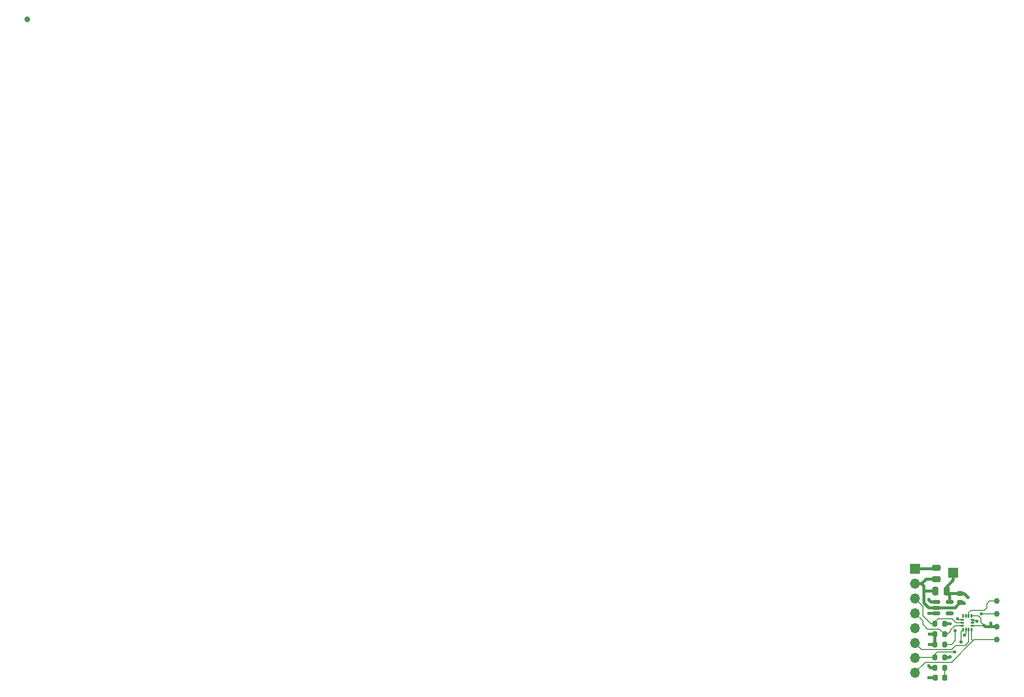
<source format=gbr>
%TF.GenerationSoftware,KiCad,Pcbnew,9.0.0*%
%TF.CreationDate,2025-04-11T10:11:51-04:00*%
%TF.ProjectId,lsm6dso_breakout,6c736d36-6473-46f5-9f62-7265616b6f75,rev?*%
%TF.SameCoordinates,Original*%
%TF.FileFunction,Copper,L1,Top*%
%TF.FilePolarity,Positive*%
%FSLAX46Y46*%
G04 Gerber Fmt 4.6, Leading zero omitted, Abs format (unit mm)*
G04 Created by KiCad (PCBNEW 9.0.0) date 2025-04-11 10:11:51*
%MOMM*%
%LPD*%
G01*
G04 APERTURE LIST*
G04 Aperture macros list*
%AMRoundRect*
0 Rectangle with rounded corners*
0 $1 Rounding radius*
0 $2 $3 $4 $5 $6 $7 $8 $9 X,Y pos of 4 corners*
0 Add a 4 corners polygon primitive as box body*
4,1,4,$2,$3,$4,$5,$6,$7,$8,$9,$2,$3,0*
0 Add four circle primitives for the rounded corners*
1,1,$1+$1,$2,$3*
1,1,$1+$1,$4,$5*
1,1,$1+$1,$6,$7*
1,1,$1+$1,$8,$9*
0 Add four rect primitives between the rounded corners*
20,1,$1+$1,$2,$3,$4,$5,0*
20,1,$1+$1,$4,$5,$6,$7,0*
20,1,$1+$1,$6,$7,$8,$9,0*
20,1,$1+$1,$8,$9,$2,$3,0*%
G04 Aperture macros list end*
%TA.AperFunction,SMDPad,CuDef*%
%ADD10RoundRect,0.200000X-0.200000X-0.275000X0.200000X-0.275000X0.200000X0.275000X-0.200000X0.275000X0*%
%TD*%
%TA.AperFunction,SMDPad,CuDef*%
%ADD11RoundRect,0.200000X0.200000X0.275000X-0.200000X0.275000X-0.200000X-0.275000X0.200000X-0.275000X0*%
%TD*%
%TA.AperFunction,ComponentPad*%
%ADD12R,1.700000X1.700000*%
%TD*%
%TA.AperFunction,ComponentPad*%
%ADD13O,1.700000X1.700000*%
%TD*%
%TA.AperFunction,SMDPad,CuDef*%
%ADD14C,1.000000*%
%TD*%
%TA.AperFunction,SMDPad,CuDef*%
%ADD15RoundRect,0.250000X0.250000X0.475000X-0.250000X0.475000X-0.250000X-0.475000X0.250000X-0.475000X0*%
%TD*%
%TA.AperFunction,SMDPad,CuDef*%
%ADD16RoundRect,0.218750X-0.218750X-0.256250X0.218750X-0.256250X0.218750X0.256250X-0.218750X0.256250X0*%
%TD*%
%TA.AperFunction,SMDPad,CuDef*%
%ADD17RoundRect,0.087500X0.087500X-0.225000X0.087500X0.225000X-0.087500X0.225000X-0.087500X-0.225000X0*%
%TD*%
%TA.AperFunction,SMDPad,CuDef*%
%ADD18RoundRect,0.087500X0.225000X-0.087500X0.225000X0.087500X-0.225000X0.087500X-0.225000X-0.087500X0*%
%TD*%
%TA.AperFunction,SMDPad,CuDef*%
%ADD19RoundRect,0.225000X-0.250000X0.225000X-0.250000X-0.225000X0.250000X-0.225000X0.250000X0.225000X0*%
%TD*%
%TA.AperFunction,SMDPad,CuDef*%
%ADD20RoundRect,0.150000X-0.512500X-0.150000X0.512500X-0.150000X0.512500X0.150000X-0.512500X0.150000X0*%
%TD*%
%TA.AperFunction,SMDPad,CuDef*%
%ADD21RoundRect,0.250000X-0.475000X0.250000X-0.475000X-0.250000X0.475000X-0.250000X0.475000X0.250000X0*%
%TD*%
%TA.AperFunction,ViaPad*%
%ADD22C,0.600000*%
%TD*%
%TA.AperFunction,Conductor*%
%ADD23C,0.500000*%
%TD*%
%TA.AperFunction,Conductor*%
%ADD24C,0.200000*%
%TD*%
G04 APERTURE END LIST*
D10*
%TO.P,R4,2*%
%TO.N,GND*%
X157778680Y-110078680D03*
%TO.P,R4,1*%
%TO.N,/SDO*%
X156128680Y-110078680D03*
%TD*%
D11*
%TO.P,R1,2*%
%TO.N,+3V3*%
X156128680Y-106178680D03*
%TO.P,R1,1*%
%TO.N,/SDA*%
X157778680Y-106178680D03*
%TD*%
D12*
%TO.P,J2,1,Pin_1*%
%TO.N,+3V3*%
X159278680Y-95678680D03*
%TD*%
%TO.P,J1,1,Pin_1*%
%TO.N,VCC*%
X152778680Y-94978680D03*
D13*
%TO.P,J1,2,Pin_2*%
%TO.N,GND*%
X152778680Y-97518680D03*
%TO.P,J1,3,Pin_3*%
%TO.N,/SCL*%
X152778680Y-100058680D03*
%TO.P,J1,4,Pin_4*%
%TO.N,/SDA*%
X152778680Y-102598680D03*
%TO.P,J1,5,Pin_5*%
%TO.N,/SDX*%
X152778680Y-105138680D03*
%TO.P,J1,6,Pin_6*%
%TO.N,/SCX*%
X152778680Y-107678680D03*
%TO.P,J1,7,Pin_7*%
%TO.N,/SDO*%
X152778680Y-110218680D03*
%TO.P,J1,8,Pin_8*%
%TO.N,/INT1*%
X152778680Y-112758680D03*
%TD*%
D14*
%TO.P,TP6,1,1*%
%TO.N,/INT2*%
X166678680Y-100478680D03*
%TD*%
D11*
%TO.P,R2,1*%
%TO.N,+3V3*%
X157803680Y-104378680D03*
%TO.P,R2,2*%
%TO.N,/SCL*%
X156153680Y-104378680D03*
%TD*%
D15*
%TO.P,C2,1*%
%TO.N,+3V3*%
X158128680Y-98778680D03*
%TO.P,C2,2*%
%TO.N,GND*%
X156228680Y-98778680D03*
%TD*%
D16*
%TO.P,D1,1,K*%
%TO.N,GND*%
X156203680Y-113578680D03*
%TO.P,D1,2,A*%
%TO.N,Net-(D1-A)*%
X157778680Y-113578680D03*
%TD*%
D17*
%TO.P,U1,1,SDO/SA0*%
%TO.N,/SDO*%
X160916180Y-105341180D03*
%TO.P,U1,2,SDX*%
%TO.N,/SDX*%
X161416180Y-105341180D03*
%TO.P,U1,3,SCX*%
%TO.N,/SCX*%
X161916180Y-105341180D03*
%TO.P,U1,4,INT1*%
%TO.N,/INT1*%
X162416180Y-105341180D03*
D18*
%TO.P,U1,5,VDDIO*%
%TO.N,+3V3*%
X162578680Y-104678680D03*
%TO.P,U1,6,GND*%
%TO.N,GND*%
X162578680Y-104178680D03*
%TO.P,U1,7,GND*%
X162578680Y-103678680D03*
D17*
%TO.P,U1,8,VDD*%
%TO.N,+3V3*%
X162416180Y-103016180D03*
%TO.P,U1,9,INT2*%
%TO.N,/INT2*%
X161916180Y-103016180D03*
%TO.P,U1,10,NC*%
%TO.N,unconnected-(U1-NC-Pad10)*%
X161416180Y-103016180D03*
%TO.P,U1,11,NC*%
%TO.N,unconnected-(U1-NC-Pad11)*%
X160916180Y-103016180D03*
D18*
%TO.P,U1,12,CS*%
%TO.N,/CS*%
X160753680Y-103678680D03*
%TO.P,U1,13,SCL*%
%TO.N,/SCL*%
X160753680Y-104178680D03*
%TO.P,U1,14,SDA*%
%TO.N,/SDA*%
X160753680Y-104678680D03*
%TD*%
D10*
%TO.P,R3,1*%
%TO.N,+3V3*%
X156128680Y-107878680D03*
%TO.P,R3,2*%
%TO.N,/CS*%
X157778680Y-107878680D03*
%TD*%
%TO.P,R5,1*%
%TO.N,+3V3*%
X156128680Y-111878680D03*
%TO.P,R5,2*%
%TO.N,Net-(D1-A)*%
X157778680Y-111878680D03*
%TD*%
D14*
%TO.P,TP1,1,1*%
%TO.N,unconnected-(TP1-Pad1)*%
X1025000Y-1025000D03*
%TD*%
%TO.P,TP7,1,1*%
%TO.N,/CS*%
X166678680Y-102678680D03*
%TD*%
%TO.P,TP8,1,1*%
%TO.N,+3V3*%
X166678680Y-104878680D03*
%TD*%
D19*
%TO.P,C3,1*%
%TO.N,+3V3*%
X160478680Y-99203680D03*
%TO.P,C3,2*%
%TO.N,GND*%
X160478680Y-100753680D03*
%TD*%
D20*
%TO.P,U2,1,VIN*%
%TO.N,VCC*%
X156378680Y-100678680D03*
%TO.P,U2,2,GND*%
%TO.N,GND*%
X156378680Y-101628680D03*
%TO.P,U2,3,EN*%
%TO.N,VCC*%
X156378680Y-102578680D03*
%TO.P,U2,4,NC*%
%TO.N,unconnected-(U2-NC-Pad4)*%
X158653680Y-102578680D03*
%TO.P,U2,5,VOUT*%
%TO.N,+3V3*%
X158653680Y-100678680D03*
%TD*%
D21*
%TO.P,C1,1*%
%TO.N,VCC*%
X156378680Y-94828680D03*
%TO.P,C1,2*%
%TO.N,GND*%
X156378680Y-96728680D03*
%TD*%
D14*
%TO.P,TP5,1,1*%
%TO.N,/INT1*%
X166678680Y-107078680D03*
%TD*%
D22*
%TO.N,GND*%
X155078680Y-113578680D03*
X158778680Y-110000000D03*
%TO.N,+3V3*%
X155078680Y-111578680D03*
X155200000Y-107878680D03*
X155178680Y-106178680D03*
X158778680Y-104378680D03*
X165678680Y-104300000D03*
%TO.N,GND*%
X163278680Y-103900000D03*
X161150000Y-100850000D03*
%TO.N,+3V3*%
X161800000Y-99878680D03*
%TO.N,VCC*%
X155100000Y-102578680D03*
X155078680Y-100200000D03*
%TO.N,/SDX*%
X161178680Y-106278680D03*
%TO.N,/SDO*%
X160578680Y-107478680D03*
X159478680Y-109178680D03*
%TO.N,/CS*%
X159978680Y-103478680D03*
X159578680Y-105578680D03*
X164078680Y-102678680D03*
%TD*%
D23*
%TO.N,+3V3*%
X155200000Y-107878680D02*
X155178680Y-107878680D01*
X165678680Y-104300000D02*
X165678680Y-104278680D01*
%TO.N,GND*%
X161150000Y-100850000D02*
X161178680Y-100878680D01*
%TO.N,VCC*%
X155100000Y-102578680D02*
X155078680Y-102578680D01*
%TO.N,+3V3*%
X157803680Y-104378680D02*
X158778680Y-104378680D01*
D24*
%TO.N,/SDA*%
X158778680Y-105678680D02*
X158278680Y-106178680D01*
X158778680Y-105478680D02*
X158778680Y-105678680D01*
X159578680Y-104678680D02*
X158778680Y-105478680D01*
X158278680Y-106178680D02*
X157778680Y-106178680D01*
X160753680Y-104678680D02*
X159578680Y-104678680D01*
%TO.N,/SCL*%
X159778680Y-104178680D02*
X160753680Y-104178680D01*
X159078680Y-103478680D02*
X159778680Y-104178680D01*
X156678680Y-103478680D02*
X159078680Y-103478680D01*
X156153680Y-104003680D02*
X156678680Y-103478680D01*
X156153680Y-104378680D02*
X156153680Y-104003680D01*
%TO.N,/CS*%
X159578680Y-107278680D02*
X159578680Y-105578680D01*
X158978680Y-107878680D02*
X159578680Y-107278680D01*
X157778680Y-107878680D02*
X158978680Y-107878680D01*
D23*
%TO.N,+3V3*%
X160478680Y-99203680D02*
X158753680Y-99203680D01*
X158753680Y-99203680D02*
X158653680Y-99303680D01*
X158653680Y-99303680D02*
X158128680Y-98778680D01*
X158653680Y-100678680D02*
X158653680Y-99303680D01*
%TO.N,GND*%
X156378680Y-101628680D02*
X159603680Y-101628680D01*
X159603680Y-101628680D02*
X160478680Y-100753680D01*
X156228680Y-98778680D02*
X154278680Y-98778680D01*
X154278680Y-98778680D02*
X154278680Y-97958680D01*
X154628680Y-96728680D02*
X154478680Y-96878680D01*
X156378680Y-96728680D02*
X154628680Y-96728680D01*
X153838680Y-97518680D02*
X154478680Y-96878680D01*
%TO.N,VCC*%
X156228680Y-94978680D02*
X156378680Y-94828680D01*
X152778680Y-94978680D02*
X156228680Y-94978680D01*
X155478680Y-100678680D02*
X155078680Y-100278680D01*
X156378680Y-100678680D02*
X155478680Y-100678680D01*
%TO.N,GND*%
X154278680Y-100779448D02*
X154278680Y-98778680D01*
X154278680Y-97958680D02*
X153838680Y-97518680D01*
X155127912Y-101628680D02*
X154278680Y-100779448D01*
X156378680Y-101628680D02*
X155127912Y-101628680D01*
%TO.N,VCC*%
X156378680Y-102578680D02*
X155100000Y-102578680D01*
D24*
%TO.N,/SCL*%
X154098680Y-102998680D02*
X154098680Y-102298680D01*
X155478680Y-104378680D02*
X154098680Y-102998680D01*
X156153680Y-104378680D02*
X155478680Y-104378680D01*
%TO.N,/SDA*%
X154058680Y-103878680D02*
X152778680Y-102598680D01*
X154058680Y-104458680D02*
X154058680Y-103878680D01*
X156878680Y-105278680D02*
X154878680Y-105278680D01*
X157778680Y-106178680D02*
X156878680Y-105278680D01*
X154878680Y-105278680D02*
X154058680Y-104458680D01*
D23*
%TO.N,+3V3*%
X155178680Y-106178680D02*
X156128680Y-106178680D01*
X156128680Y-106178680D02*
X156128680Y-107878680D01*
X156128680Y-107878680D02*
X155200000Y-107878680D01*
D24*
%TO.N,/SCX*%
X153878680Y-108778680D02*
X152778680Y-107678680D01*
X159677680Y-108079680D02*
X158978680Y-108778680D01*
X158978680Y-108778680D02*
X153878680Y-108778680D01*
X161310580Y-108079680D02*
X159677680Y-108079680D01*
X161916180Y-105341180D02*
X161916180Y-107474080D01*
X161916180Y-107474080D02*
X161310580Y-108079680D01*
%TO.N,/SDO*%
X156128680Y-109628680D02*
X156128680Y-110078680D01*
X159478680Y-109178680D02*
X156578680Y-109178680D01*
X156578680Y-109178680D02*
X156128680Y-109628680D01*
X153178680Y-110078680D02*
X156128680Y-110078680D01*
X152778680Y-110218680D02*
X153038680Y-110218680D01*
X153038680Y-110218680D02*
X153178680Y-110078680D01*
D23*
%TO.N,GND*%
X158678680Y-110078680D02*
X158778680Y-109978680D01*
X157778680Y-110078680D02*
X158678680Y-110078680D01*
D24*
%TO.N,/INT1*%
X158978680Y-110978680D02*
X154478680Y-110978680D01*
X152778680Y-112678680D02*
X152778680Y-112758680D01*
X162678680Y-107278680D02*
X158978680Y-110978680D01*
X154478680Y-110978680D02*
X152778680Y-112678680D01*
D23*
%TO.N,+3V3*%
X156128680Y-111878680D02*
X155378680Y-111878680D01*
X155378680Y-111878680D02*
X155078680Y-111578680D01*
D24*
%TO.N,Net-(D1-A)*%
X157778680Y-113578680D02*
X157778680Y-111878680D01*
D23*
%TO.N,GND*%
X160478680Y-100753680D02*
X161053680Y-100753680D01*
X161053680Y-100753680D02*
X161150000Y-100850000D01*
%TO.N,+3V3*%
X161103680Y-99203680D02*
X161778680Y-99878680D01*
X160478680Y-99203680D02*
X161103680Y-99203680D01*
D24*
%TO.N,/CS*%
X160178680Y-103678680D02*
X160753680Y-103678680D01*
X159978680Y-103478680D02*
X160178680Y-103678680D01*
D23*
%TO.N,+3V3*%
X159278680Y-96928680D02*
X158128680Y-98078680D01*
X159278680Y-95278680D02*
X159278680Y-96928680D01*
D24*
%TO.N,/SCL*%
X152778680Y-100058680D02*
X154098680Y-101378680D01*
X154098680Y-101378680D02*
X154098680Y-102298680D01*
D23*
%TO.N,GND*%
X156203680Y-113578680D02*
X155078680Y-113578680D01*
D24*
X162578680Y-103678680D02*
X162578680Y-103878680D01*
X162578680Y-103878680D02*
X163278680Y-103878680D01*
X162578680Y-103878680D02*
X162578680Y-104178680D01*
D23*
X152778680Y-97518680D02*
X153838680Y-97518680D01*
%TO.N,VCC*%
X153378680Y-94378680D02*
X152778680Y-94978680D01*
D24*
%TO.N,+3V3*%
X163541180Y-103016180D02*
X163978680Y-103453680D01*
D23*
X166678680Y-104878680D02*
X165678680Y-104878680D01*
X164778680Y-104878680D02*
X164478680Y-104578680D01*
D24*
X164478680Y-104578680D02*
X164378680Y-104678680D01*
X163978680Y-104078680D02*
X164478680Y-104578680D01*
X163978680Y-103453680D02*
X163978680Y-104078680D01*
X162416180Y-103016180D02*
X163541180Y-103016180D01*
D23*
X165678680Y-104878680D02*
X164778680Y-104878680D01*
D24*
X164378680Y-104678680D02*
X162578680Y-104678680D01*
D23*
X165678680Y-104878680D02*
X165678680Y-104300000D01*
D24*
%TO.N,Net-(D1-A)*%
X157828680Y-113528680D02*
X157778680Y-113578680D01*
%TO.N,/SDX*%
X161416180Y-105341180D02*
X161416180Y-106041180D01*
X161416180Y-106041180D02*
X161178680Y-106278680D01*
%TO.N,/SDO*%
X152778680Y-110218680D02*
X152778680Y-110078680D01*
X160916180Y-105341180D02*
X160578680Y-105678680D01*
X160578680Y-105678680D02*
X160578680Y-107478680D01*
%TO.N,/INT1*%
X166678680Y-107078680D02*
X162878680Y-107078680D01*
X162416180Y-107016180D02*
X162678680Y-107278680D01*
X162416180Y-105341180D02*
X162416180Y-107016180D01*
X162878680Y-107078680D02*
X162678680Y-107278680D01*
%TO.N,/CS*%
X164078680Y-102678680D02*
X166678680Y-102678680D01*
%TO.N,/INT2*%
X164578680Y-102078680D02*
X164978680Y-101678680D01*
X165478680Y-100478680D02*
X166678680Y-100478680D01*
X161916180Y-103016180D02*
X161916180Y-102441180D01*
X164978680Y-101678680D02*
X164978680Y-100978680D01*
X164978680Y-100978680D02*
X165478680Y-100478680D01*
X162278680Y-102078680D02*
X164578680Y-102078680D01*
X161916180Y-102441180D02*
X162278680Y-102078680D01*
%TD*%
M02*

</source>
